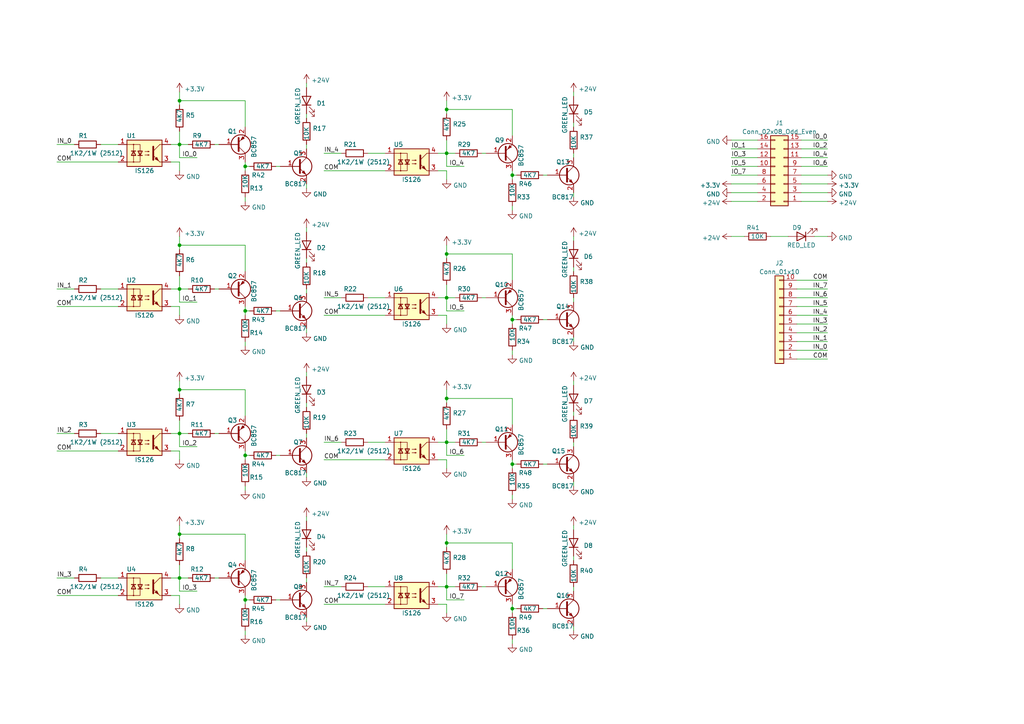
<source format=kicad_sch>
(kicad_sch (version 20211123) (generator eeschema)
  (paper "A4")
  (title_block (title "din-8") (date "2023-06-30") (rev "2.1") (company "www.iotvertebrae.com") (comment 1 "Mechanical design: Xavier Pi") (comment 2 "Circuit & PCB design: Jordi Binefa"))
  (lib_symbols
    (symbol "Connector_Generic:Conn_01x10" (pin_names (offset 1.016) hide)
      (property "Reference" "J" (at 0 12.7 0))
      (property "Value" "Conn_01x10" (at 0 -15.24 0))
      (symbol "Conn_01x10_1_1"
        (pin passive line (at -5.08 10.16 0) (length 3.81) (name "Pin_1") (number "1"))
        (pin passive line (at -5.08 -12.7 0) (length 3.81) (name "Pin_10") (number "10"))
        (pin passive line (at -5.08 7.62 0) (length 3.81) (name "Pin_2") (number "2"))
        (pin passive line (at -5.08 5.08 0) (length 3.81) (name "Pin_3") (number "3"))
        (pin passive line (at -5.08 2.54 0) (length 3.81) (name "Pin_4") (number "4"))
        (pin passive line (at -5.08 0 0) (length 3.81) (name "Pin_5") (number "5"))
        (pin passive line (at -5.08 -2.54 0) (length 3.81) (name "Pin_6") (number "6"))
        (pin passive line (at -5.08 -5.08 0) (length 3.81) (name "Pin_7") (number "7"))
        (pin passive line (at -5.08 -7.62 0) (length 3.81) (name "Pin_8") (number "8"))
        (pin passive line (at -5.08 -10.16 0) (length 3.81) (name "Pin_9") (number "9"))
      )
    )
    (symbol "Connector_Generic:Conn_02x08_Odd_Even" (pin_names (offset 1.016) hide)
      (property "Reference" "J" (at 1.27 10.16 0))
      (property "Value" "Conn_02x08_Odd_Even" (at 1.27 -12.7 0))
      (symbol "Conn_02x08_Odd_Even_1_1"
        (pin passive line (at -5.08 7.62 0) (length 3.81) (name "Pin_1") (number "1"))
        (pin passive line (at 7.62 -2.54 180) (length 3.81) (name "Pin_10") (number "10"))
        (pin passive line (at -5.08 -5.08 0) (length 3.81) (name "Pin_11") (number "11"))
        (pin passive line (at 7.62 -5.08 180) (length 3.81) (name "Pin_12") (number "12"))
        (pin passive line (at -5.08 -7.62 0) (length 3.81) (name "Pin_13") (number "13"))
        (pin passive line (at 7.62 -7.62 180) (length 3.81) (name "Pin_14") (number "14"))
        (pin passive line (at -5.08 -10.16 0) (length 3.81) (name "Pin_15") (number "15"))
        (pin passive line (at 7.62 -10.16 180) (length 3.81) (name "Pin_16") (number "16"))
        (pin passive line (at 7.62 7.62 180) (length 3.81) (name "Pin_2") (number "2"))
        (pin passive line (at -5.08 5.08 0) (length 3.81) (name "Pin_3") (number "3"))
        (pin passive line (at 7.62 5.08 180) (length 3.81) (name "Pin_4") (number "4"))
        (pin passive line (at -5.08 2.54 0) (length 3.81) (name "Pin_5") (number "5"))
        (pin passive line (at 7.62 2.54 180) (length 3.81) (name "Pin_6") (number "6"))
        (pin passive line (at -5.08 0 0) (length 3.81) (name "Pin_7") (number "7"))
        (pin passive line (at 7.62 0 180) (length 3.81) (name "Pin_8") (number "8"))
        (pin passive line (at -5.08 -2.54 0) (length 3.81) (name "Pin_9") (number "9"))
      )
    )
    (symbol "Device:LED" (pin_numbers hide) (pin_names (offset 1.016) hide)
      (property "Reference" "D" (at 0 2.54 0))
      (property "Value" "LED" (at 0 -2.54 0))
      (symbol "LED_1_1"
        (pin passive line (at -3.81 0 0) (length 2.54) (name "K") (number "1"))
        (pin passive line (at 3.81 0 180) (length 2.54) (name "A") (number "2"))
      )
    )
    (symbol "Device:R" (pin_numbers hide) (pin_names (offset 0))
      (property "Reference" "R" (at 2.032 0 90))
      (property "Value" "R" (at 0 0 90))
      (symbol "R_1_1"
        (pin passive line (at 0 3.81 270) (length 1.27) (name "~") (number "1"))
        (pin passive line (at 0 -3.81 90) (length 1.27) (name "~") (number "2"))
      )
    )
    (symbol "Isolator:PC3H4" (pin_names (offset 1.016))
      (property "Reference" "U" (at -5.08 5.08 0))
      (property "Value" "PC3H4" (at 0 5.08 0))
      (symbol "PC3H4_1_1"
        (pin passive line (at -7.62 2.54 0) (length 2.54) (name "~") (number "1"))
        (pin passive line (at -7.62 -2.54 0) (length 2.54) (name "~") (number "2"))
        (pin passive line (at 7.62 -2.54 180) (length 2.54) (name "~") (number "3"))
        (pin passive line (at 7.62 2.54 180) (length 2.54) (name "~") (number "4"))
      )
    )
    (symbol "Transistor_BJT:BC817" (pin_names (offset 0) hide)
      (property "Reference" "Q" (at 5.08 1.905 0))
      (property "Value" "BC817" (at 5.08 0 0))
      (symbol "BC817_1_1"
        (pin input line (at -5.08 0 0) (length 5.715) (name "B") (number "1"))
        (pin passive line (at 2.54 -5.08 90) (length 2.54) (name "E") (number "2"))
        (pin passive line (at 2.54 5.08 270) (length 2.54) (name "C") (number "3"))
      )
    )
    (symbol "Transistor_BJT:BC857" (pin_names (offset 0) hide)
      (property "Reference" "Q" (at 5.08 1.905 0))
      (property "Value" "BC857" (at 5.08 0 0))
      (symbol "BC857_1_1"
        (pin input line (at -5.08 0 0) (length 5.715) (name "B") (number "1"))
        (pin passive line (at 2.54 -5.08 90) (length 2.54) (name "E") (number "2"))
        (pin passive line (at 2.54 5.08 270) (length 2.54) (name "C") (number "3"))
      )
    )
    (symbol "power:+24V" (power) (pin_names (offset 0))
      (property "Value" "+24V" (at 0 3.556 0))
      (symbol "+24V_1_1"
        (pin power_in line (at 0 0 90) (length 0) hide (name "+24V") (number "1"))
      )
    )
    (symbol "power:+3.3V" (power) (pin_names (offset 0))
      (property "Value" "+3.3V" (at 0 3.556 0))
      (symbol "+3.3V_1_1"
        (pin power_in line (at 0 0 90) (length 0) hide (name "+3.3V") (number "1"))
      )
    )
    (symbol "power:GND" (power) (pin_names (offset 0))
      (property "Value" "GND" (at 0 -3.81 0))
      (symbol "GND_1_1"
        (pin power_in line (at 0 0 270) (length 0) hide (name "GND") (number "1"))
      )
    )
  )
  (junction (at 71.12 173.99))
  (junction (at 148.59 92.71))
  (junction (at 129.54 170.18))
  (junction (at 52.07 154.94))
  (junction (at 129.54 115.57))
  (junction (at 71.12 48.26))
  (junction (at 52.07 29.21))
  (junction (at 148.59 50.8))
  (junction (at 129.54 128.27))
  (junction (at 52.07 167.64))
  (junction (at 148.59 176.53))
  (junction (at 129.54 44.45))
  (junction (at 71.12 90.17))
  (junction (at 148.59 134.62))
  (junction (at 52.07 113.03))
  (junction (at 129.54 73.66))
  (junction (at 129.54 31.75))
  (junction (at 52.07 83.82))
  (junction (at 71.12 132.08))
  (junction (at 52.07 41.91))
  (junction (at 52.07 125.73))
  (junction (at 129.54 86.36))
  (junction (at 129.54 157.48))
  (junction (at 52.07 71.12))
  (wire (pts (xy 93.98 128.27) (xy 99.06 128.27)))
  (wire (pts (xy 71.12 132.08) (xy 72.39 132.08)))
  (wire (pts (xy 148.59 143.51) (xy 148.59 144.78)))
  (wire (pts (xy 166.37 44.45) (xy 166.37 45.72)))
  (wire (pts (xy 148.59 91.44) (xy 148.59 92.71)))
  (wire (pts (xy 212.09 68.58) (xy 215.9 68.58)))
  (wire (pts (xy 148.59 175.26) (xy 148.59 176.53)))
  (wire (pts (xy 129.54 133.35) (xy 129.54 135.89)))
  (wire (pts (xy 106.68 44.45) (xy 111.76 44.45)))
  (wire (pts (xy 166.37 139.7) (xy 166.37 140.97)))
  (wire (pts (xy 52.07 71.12) (xy 52.07 72.39)))
  (wire (pts (xy 231.14 81.28) (xy 240.03 81.28)))
  (wire (pts (xy 57.15 129.54) (xy 52.07 129.54)))
  (wire (pts (xy 88.9 107.95) (xy 88.9 109.22)))
  (wire (pts (xy 129.54 40.64) (xy 129.54 44.45)))
  (wire (pts (xy 129.54 154.94) (xy 129.54 157.48)))
  (wire (pts (xy 166.37 128.27) (xy 166.37 129.54)))
  (wire (pts (xy 80.01 173.99) (xy 81.28 173.99)))
  (wire (pts (xy 166.37 55.88) (xy 166.37 57.15)))
  (wire (pts (xy 52.07 26.67) (xy 52.07 29.21)))
  (wire (pts (xy 52.07 46.99) (xy 52.07 49.53)))
  (wire (pts (xy 88.9 116.84) (xy 88.9 118.11)))
  (wire (pts (xy 212.09 55.88) (xy 219.71 55.88)))
  (wire (pts (xy 71.12 90.17) (xy 72.39 90.17)))
  (wire (pts (xy 129.54 31.75) (xy 148.59 31.75)))
  (wire (pts (xy 166.37 68.58) (xy 166.37 69.85)))
  (wire (pts (xy 52.07 88.9) (xy 52.07 91.44)))
  (wire (pts (xy 52.07 83.82) (xy 54.61 83.82)))
  (wire (pts (xy 232.41 48.26) (xy 240.03 48.26)))
  (wire (pts (xy 232.41 58.42) (xy 240.03 58.42)))
  (wire (pts (xy 129.54 173.99) (xy 129.54 170.18)))
  (wire (pts (xy 62.23 125.73) (xy 63.5 125.73)))
  (wire (pts (xy 148.59 176.53) (xy 149.86 176.53)))
  (wire (pts (xy 52.07 113.03) (xy 71.12 113.03)))
  (wire (pts (xy 127 133.35) (xy 129.54 133.35)))
  (wire (pts (xy 148.59 50.8) (xy 148.59 52.07)))
  (wire (pts (xy 52.07 41.91) (xy 54.61 41.91)))
  (wire (pts (xy 148.59 101.6) (xy 148.59 102.87)))
  (wire (pts (xy 231.14 86.36) (xy 240.03 86.36)))
  (wire (pts (xy 129.54 44.45) (xy 132.08 44.45)))
  (wire (pts (xy 71.12 99.06) (xy 71.12 100.33)))
  (wire (pts (xy 129.54 128.27) (xy 127 128.27)))
  (wire (pts (xy 52.07 130.81) (xy 52.07 133.35)))
  (wire (pts (xy 129.54 86.36) (xy 127 86.36)))
  (wire (pts (xy 71.12 140.97) (xy 71.12 142.24)))
  (wire (pts (xy 52.07 167.64) (xy 54.61 167.64)))
  (wire (pts (xy 223.52 68.58) (xy 228.6 68.58)))
  (wire (pts (xy 88.9 74.93) (xy 88.9 76.2)))
  (wire (pts (xy 71.12 132.08) (xy 71.12 133.35)))
  (wire (pts (xy 129.54 82.55) (xy 129.54 86.36)))
  (wire (pts (xy 166.37 161.29) (xy 166.37 162.56)))
  (wire (pts (xy 134.62 48.26) (xy 129.54 48.26)))
  (wire (pts (xy 29.21 41.91) (xy 34.29 41.91)))
  (wire (pts (xy 148.59 176.53) (xy 148.59 177.8)))
  (wire (pts (xy 212.09 40.64) (xy 219.71 40.64)))
  (wire (pts (xy 88.9 33.02) (xy 88.9 34.29)))
  (wire (pts (xy 106.68 128.27) (xy 111.76 128.27)))
  (wire (pts (xy 231.14 83.82) (xy 240.03 83.82)))
  (wire (pts (xy 148.59 134.62) (xy 149.86 134.62)))
  (wire (pts (xy 62.23 83.82) (xy 63.5 83.82)))
  (wire (pts (xy 71.12 48.26) (xy 71.12 49.53)))
  (wire (pts (xy 134.62 173.99) (xy 129.54 173.99)))
  (wire (pts (xy 93.98 170.18) (xy 99.06 170.18)))
  (wire (pts (xy 166.37 110.49) (xy 166.37 111.76)))
  (wire (pts (xy 62.23 167.64) (xy 63.5 167.64)))
  (wire (pts (xy 148.59 31.75) (xy 148.59 39.37)))
  (wire (pts (xy 166.37 181.61) (xy 166.37 182.88)))
  (wire (pts (xy 71.12 48.26) (xy 72.39 48.26)))
  (wire (pts (xy 57.15 45.72) (xy 52.07 45.72)))
  (wire (pts (xy 129.54 91.44) (xy 129.54 93.98)))
  (wire (pts (xy 232.41 43.18) (xy 240.03 43.18)))
  (wire (pts (xy 129.54 157.48) (xy 148.59 157.48)))
  (wire (pts (xy 88.9 137.16) (xy 88.9 138.43)))
  (wire (pts (xy 148.59 133.35) (xy 148.59 134.62)))
  (wire (pts (xy 231.14 99.06) (xy 240.03 99.06)))
  (wire (pts (xy 129.54 31.75) (xy 129.54 33.02)))
  (wire (pts (xy 29.21 83.82) (xy 34.29 83.82)))
  (wire (pts (xy 129.54 128.27) (xy 132.08 128.27)))
  (wire (pts (xy 71.12 154.94) (xy 71.12 162.56)))
  (wire (pts (xy 71.12 113.03) (xy 71.12 120.65)))
  (wire (pts (xy 52.07 45.72) (xy 52.07 41.91)))
  (wire (pts (xy 49.53 46.99) (xy 52.07 46.99)))
  (wire (pts (xy 148.59 73.66) (xy 148.59 81.28)))
  (wire (pts (xy 129.54 157.48) (xy 129.54 158.75)))
  (wire (pts (xy 231.14 96.52) (xy 240.03 96.52)))
  (wire (pts (xy 16.51 167.64) (xy 21.59 167.64)))
  (wire (pts (xy 52.07 38.1) (xy 52.07 41.91)))
  (wire (pts (xy 52.07 152.4) (xy 52.07 154.94)))
  (wire (pts (xy 166.37 77.47) (xy 166.37 78.74)))
  (wire (pts (xy 16.51 172.72) (xy 34.29 172.72)))
  (wire (pts (xy 80.01 132.08) (xy 81.28 132.08)))
  (wire (pts (xy 93.98 133.35) (xy 111.76 133.35)))
  (wire (pts (xy 212.09 43.18) (xy 219.71 43.18)))
  (wire (pts (xy 52.07 29.21) (xy 71.12 29.21)))
  (wire (pts (xy 52.07 80.01) (xy 52.07 83.82)))
  (wire (pts (xy 71.12 88.9) (xy 71.12 90.17)))
  (wire (pts (xy 62.23 41.91) (xy 63.5 41.91)))
  (wire (pts (xy 88.9 53.34) (xy 88.9 54.61)))
  (wire (pts (xy 71.12 130.81) (xy 71.12 132.08)))
  (wire (pts (xy 212.09 58.42) (xy 219.71 58.42)))
  (wire (pts (xy 129.54 48.26) (xy 129.54 44.45)))
  (wire (pts (xy 129.54 124.46) (xy 129.54 128.27)))
  (wire (pts (xy 129.54 86.36) (xy 132.08 86.36)))
  (wire (pts (xy 93.98 91.44) (xy 111.76 91.44)))
  (wire (pts (xy 212.09 50.8) (xy 219.71 50.8)))
  (wire (pts (xy 71.12 46.99) (xy 71.12 48.26)))
  (wire (pts (xy 127 91.44) (xy 129.54 91.44)))
  (wire (pts (xy 166.37 26.67) (xy 166.37 27.94)))
  (wire (pts (xy 232.41 55.88) (xy 240.03 55.88)))
  (wire (pts (xy 129.54 115.57) (xy 129.54 116.84)))
  (wire (pts (xy 139.7 86.36) (xy 140.97 86.36)))
  (wire (pts (xy 166.37 119.38) (xy 166.37 120.65)))
  (wire (pts (xy 88.9 83.82) (xy 88.9 85.09)))
  (wire (pts (xy 157.48 50.8) (xy 158.75 50.8)))
  (wire (pts (xy 231.14 104.14) (xy 240.03 104.14)))
  (wire (pts (xy 52.07 29.21) (xy 52.07 30.48)))
  (wire (pts (xy 52.07 171.45) (xy 52.07 167.64)))
  (wire (pts (xy 134.62 132.08) (xy 129.54 132.08)))
  (wire (pts (xy 166.37 170.18) (xy 166.37 171.45)))
  (wire (pts (xy 88.9 95.25) (xy 88.9 96.52)))
  (wire (pts (xy 127 49.53) (xy 129.54 49.53)))
  (wire (pts (xy 148.59 157.48) (xy 148.59 165.1)))
  (wire (pts (xy 88.9 24.13) (xy 88.9 25.4)))
  (wire (pts (xy 16.51 88.9) (xy 34.29 88.9)))
  (wire (pts (xy 166.37 35.56) (xy 166.37 36.83)))
  (wire (pts (xy 88.9 149.86) (xy 88.9 151.13)))
  (wire (pts (xy 52.07 110.49) (xy 52.07 113.03)))
  (wire (pts (xy 232.41 50.8) (xy 240.03 50.8)))
  (wire (pts (xy 129.54 71.12) (xy 129.54 73.66)))
  (wire (pts (xy 129.54 29.21) (xy 129.54 31.75)))
  (wire (pts (xy 93.98 44.45) (xy 99.06 44.45)))
  (wire (pts (xy 129.54 115.57) (xy 148.59 115.57)))
  (wire (pts (xy 52.07 121.92) (xy 52.07 125.73)))
  (wire (pts (xy 129.54 90.17) (xy 129.54 86.36)))
  (wire (pts (xy 148.59 185.42) (xy 148.59 186.69)))
  (wire (pts (xy 148.59 50.8) (xy 149.86 50.8)))
  (wire (pts (xy 148.59 115.57) (xy 148.59 123.19)))
  (wire (pts (xy 88.9 41.91) (xy 88.9 43.18)))
  (wire (pts (xy 231.14 88.9) (xy 240.03 88.9)))
  (wire (pts (xy 129.54 73.66) (xy 148.59 73.66)))
  (wire (pts (xy 212.09 48.26) (xy 219.71 48.26)))
  (wire (pts (xy 129.54 44.45) (xy 127 44.45)))
  (wire (pts (xy 52.07 83.82) (xy 49.53 83.82)))
  (wire (pts (xy 80.01 90.17) (xy 81.28 90.17)))
  (wire (pts (xy 88.9 66.04) (xy 88.9 67.31)))
  (wire (pts (xy 88.9 158.75) (xy 88.9 160.02)))
  (wire (pts (xy 71.12 172.72) (xy 71.12 173.99)))
  (wire (pts (xy 16.51 46.99) (xy 34.29 46.99)))
  (wire (pts (xy 232.41 45.72) (xy 240.03 45.72)))
  (wire (pts (xy 129.54 113.03) (xy 129.54 115.57)))
  (wire (pts (xy 49.53 172.72) (xy 52.07 172.72)))
  (wire (pts (xy 52.07 125.73) (xy 49.53 125.73)))
  (wire (pts (xy 232.41 40.64) (xy 240.03 40.64)))
  (wire (pts (xy 52.07 129.54) (xy 52.07 125.73)))
  (wire (pts (xy 129.54 49.53) (xy 129.54 52.07)))
  (wire (pts (xy 57.15 171.45) (xy 52.07 171.45)))
  (wire (pts (xy 148.59 59.69) (xy 148.59 60.96)))
  (wire (pts (xy 129.54 132.08) (xy 129.54 128.27)))
  (wire (pts (xy 166.37 152.4) (xy 166.37 153.67)))
  (wire (pts (xy 231.14 91.44) (xy 240.03 91.44)))
  (wire (pts (xy 16.51 125.73) (xy 21.59 125.73)))
  (wire (pts (xy 212.09 45.72) (xy 219.71 45.72)))
  (wire (pts (xy 129.54 170.18) (xy 132.08 170.18)))
  (wire (pts (xy 29.21 125.73) (xy 34.29 125.73)))
  (wire (pts (xy 93.98 175.26) (xy 111.76 175.26)))
  (wire (pts (xy 129.54 170.18) (xy 127 170.18)))
  (wire (pts (xy 88.9 125.73) (xy 88.9 127)))
  (wire (pts (xy 49.53 130.81) (xy 52.07 130.81)))
  (wire (pts (xy 106.68 170.18) (xy 111.76 170.18)))
  (wire (pts (xy 106.68 86.36) (xy 111.76 86.36)))
  (wire (pts (xy 52.07 68.58) (xy 52.07 71.12)))
  (wire (pts (xy 88.9 167.64) (xy 88.9 168.91)))
  (wire (pts (xy 52.07 154.94) (xy 71.12 154.94)))
  (wire (pts (xy 52.07 41.91) (xy 49.53 41.91)))
  (wire (pts (xy 129.54 166.37) (xy 129.54 170.18)))
  (wire (pts (xy 127 175.26) (xy 129.54 175.26)))
  (wire (pts (xy 129.54 175.26) (xy 129.54 177.8)))
  (wire (pts (xy 16.51 83.82) (xy 21.59 83.82)))
  (wire (pts (xy 148.59 49.53) (xy 148.59 50.8)))
  (wire (pts (xy 231.14 101.6) (xy 240.03 101.6)))
  (wire (pts (xy 231.14 93.98) (xy 240.03 93.98)))
  (wire (pts (xy 49.53 88.9) (xy 52.07 88.9)))
  (wire (pts (xy 157.48 176.53) (xy 158.75 176.53)))
  (wire (pts (xy 71.12 182.88) (xy 71.12 184.15)))
  (wire (pts (xy 71.12 29.21) (xy 71.12 36.83)))
  (wire (pts (xy 71.12 90.17) (xy 71.12 91.44)))
  (wire (pts (xy 71.12 173.99) (xy 71.12 175.26)))
  (wire (pts (xy 139.7 44.45) (xy 140.97 44.45)))
  (wire (pts (xy 93.98 86.36) (xy 99.06 86.36)))
  (wire (pts (xy 16.51 41.91) (xy 21.59 41.91)))
  (wire (pts (xy 71.12 173.99) (xy 72.39 173.99)))
  (wire (pts (xy 52.07 125.73) (xy 54.61 125.73)))
  (wire (pts (xy 52.07 172.72) (xy 52.07 175.26)))
  (wire (pts (xy 236.22 68.58) (xy 240.03 68.58)))
  (wire (pts (xy 71.12 71.12) (xy 71.12 78.74)))
  (wire (pts (xy 166.37 86.36) (xy 166.37 87.63)))
  (wire (pts (xy 93.98 49.53) (xy 111.76 49.53)))
  (wire (pts (xy 134.62 90.17) (xy 129.54 90.17)))
  (wire (pts (xy 139.7 128.27) (xy 140.97 128.27)))
  (wire (pts (xy 157.48 92.71) (xy 158.75 92.71)))
  (wire (pts (xy 148.59 92.71) (xy 149.86 92.71)))
  (wire (pts (xy 52.07 113.03) (xy 52.07 114.3)))
  (wire (pts (xy 148.59 134.62) (xy 148.59 135.89)))
  (wire (pts (xy 80.01 48.26) (xy 81.28 48.26)))
  (wire (pts (xy 71.12 57.15) (xy 71.12 58.42)))
  (wire (pts (xy 157.48 134.62) (xy 158.75 134.62)))
  (wire (pts (xy 139.7 170.18) (xy 140.97 170.18)))
  (wire (pts (xy 29.21 167.64) (xy 34.29 167.64)))
  (wire (pts (xy 52.07 154.94) (xy 52.07 156.21)))
  (wire (pts (xy 52.07 71.12) (xy 71.12 71.12)))
  (wire (pts (xy 52.07 87.63) (xy 52.07 83.82)))
  (wire (pts (xy 166.37 97.79) (xy 166.37 99.06)))
  (wire (pts (xy 88.9 179.07) (xy 88.9 180.34)))
  (wire (pts (xy 212.09 53.34) (xy 219.71 53.34)))
  (wire (pts (xy 57.15 87.63) (xy 52.07 87.63)))
  (wire (pts (xy 52.07 167.64) (xy 49.53 167.64)))
  (wire (pts (xy 52.07 163.83) (xy 52.07 167.64)))
  (wire (pts (xy 16.51 130.81) (xy 34.29 130.81)))
  (wire (pts (xy 129.54 73.66) (xy 129.54 74.93)))
  (wire (pts (xy 232.41 53.34) (xy 240.03 53.34)))
  (wire (pts (xy 148.59 92.71) (xy 148.59 93.98)))
  (label "COM" (at 93.98 133.35 0))
  (label "IN_6" (at 240.03 86.36 180))
  (label "COM" (at 93.98 175.26 0))
  (label "IO_6" (at 134.62 132.08 180))
  (label "COM" (at 16.51 172.72 0))
  (label "IO_0" (at 57.15 45.72 180))
  (label "IN_1" (at 16.51 83.82 0))
  (label "IN_2" (at 16.51 125.73 0))
  (label "IO_2" (at 240.03 43.18 180))
  (label "IN_6" (at 93.98 128.27 0))
  (label "COM" (at 16.51 130.81 0))
  (label "COM" (at 93.98 49.53 0))
  (label "IO_4" (at 134.62 48.26 180))
  (label "COM" (at 93.98 91.44 0))
  (label "IN_4" (at 93.98 44.45 0))
  (label "IO_5" (at 212.09 48.26 0))
  (label "IO_6" (at 240.03 48.26 180))
  (label "IN_0" (at 16.51 41.91 0))
  (label "COM" (at 240.03 104.14 180))
  (label "COM" (at 240.03 81.28 180))
  (label "IO_3" (at 212.09 45.72 0))
  (label "IO_0" (at 240.03 40.64 180))
  (label "IO_4" (at 240.03 45.72 180))
  (label "IO_2" (at 57.15 129.54 180))
  (label "IN_1" (at 240.03 99.06 180))
  (label "IN_5" (at 240.03 88.9 180))
  (label "IO_3" (at 57.15 171.45 180))
  (label "IN_2" (at 240.03 96.52 180))
  (label "COM" (at 16.51 46.99 0))
  (label "IO_1" (at 212.09 43.18 0))
  (label "IN_7" (at 240.03 83.82 180))
  (label "IN_4" (at 240.03 91.44 180))
  (label "IN_5" (at 93.98 86.36 0))
  (label "IO_1" (at 57.15 87.63 180))
  (label "IN_3" (at 240.03 93.98 180))
  (label "IN_0" (at 240.03 101.6 180))
  (label "IO_7" (at 134.62 173.99 180))
  (label "COM" (at 16.51 88.9 0))
  (label "IN_3" (at 16.51 167.64 0))
  (label "IO_7" (at 212.09 50.8 0))
  (label "IO_5" (at 134.62 90.17 180))
  (label "IN_7" (at 93.98 170.18 0))
  (symbol (lib_id "Device:R") (at 153.67 176.53 90) (unit 1)
    (property "Reference" "R49" (at 152.4 179.07 90))
    (property "Value" "4K7" (at 153.67 176.53 90))
    (property "Footprint" "Resistor_SMD:R_0805_2012Metric_Pad1.20x1.40mm_HandSolder" (effects hide))
  )
  (symbol (lib_id "Transistor_BJT:BC817") (at 163.83 134.62 0) (unit 1)
    (property "Reference" "Q15" (at 160.02 130.81 0) (effects (justify left)))
    (property "Value" "BC817" (at 160.02 140.97 0) (effects (justify left)))
    (property "Footprint" "Package_TO_SOT_SMD:SOT-23" (effects hide))
    (property "Datasheet" "https://www.onsemi.com/pub/Collateral/BC818-D.pdf" (effects hide))
  )
  (symbol (lib_id "Device:R") (at 102.87 170.18 90) (unit 1)
    (property "Reference" "R24" (at 101.6 167.64 90))
    (property "Value" "1K2/1W (2512)" (at 105.41 172.72 90))
    (property "Footprint" "Resistor_SMD:R_2512_6332Metric_Pad1.40x3.35mm_HandSolder" (effects hide))
  )
  (symbol (lib_id "power:+3.3V") (at 240.03 53.34 270) (unit 1)
    (property "Reference" "#PWR047" (effects hide))
    (property "Value" "+3.3V" (at 243.205 53.7738 90) (effects (justify left)))
  )
  (symbol (lib_id "Device:LED") (at 166.37 73.66 90) (unit 1)
    (property "Reference" "D6" (at 169.291 74.4128 90) (effects (justify right)))
    (property "Value" "GREEN_LED" (at 163.83 69.85 0) (effects (justify right)))
    (property "Footprint" "LED_SMD:LED_1206_3216Metric_Pad1.42x1.75mm_HandSolder" (effects hide))
  )
  (symbol (lib_id "Connector_Generic:Conn_02x08_Odd_Even") (at 227.33 50.8 180) (unit 1)
    (property "Reference" "J1" (at 226.06 35.6702 0))
    (property "Value" "Conn_02x08_Odd_Even" (at 226.06 38.2071 0))
    (property "Footprint" "Connector_IDC:IDC-Header_2x08_P2.54mm_Vertical" (effects hide))
  )
  (symbol (lib_id "power:+24V") (at 88.9 66.04 0) (unit 1)
    (property "Reference" "#PWR015" (effects hide))
    (property "Value" "+24V" (at 90.297 65.2038 0) (effects (justify left)))
  )
  (symbol (lib_id "power:+3.3V") (at 129.54 71.12 0) (unit 1)
    (property "Reference" "#PWR023" (effects hide))
    (property "Value" "+3.3V" (at 130.937 70.2838 0) (effects (justify left)))
  )
  (symbol (lib_id "power:+3.3V") (at 129.54 113.03 0) (unit 1)
    (property "Reference" "#PWR025" (effects hide))
    (property "Value" "+3.3V" (at 130.937 112.1938 0) (effects (justify left)))
  )
  (symbol (lib_id "Device:R") (at 52.07 34.29 0) (unit 1)
    (property "Reference" "R5" (at 53.848 33.4553 0) (effects (justify left)))
    (property "Value" "4K7" (at 52.07 35.56 90) (effects (justify left)))
    (property "Footprint" "Resistor_SMD:R_0805_2012Metric_Pad1.20x1.40mm_HandSolder" (effects hide))
  )
  (symbol (lib_id "Device:R") (at 135.89 170.18 90) (unit 1)
    (property "Reference" "R32" (at 134.62 167.64 90))
    (property "Value" "4K7" (at 135.89 170.18 90))
    (property "Footprint" "Resistor_SMD:R_0805_2012Metric_Pad1.20x1.40mm_HandSolder" (effects hide))
  )
  (symbol (lib_id "power:+3.3V") (at 129.54 154.94 0) (unit 1)
    (property "Reference" "#PWR027" (effects hide))
    (property "Value" "+3.3V" (at 130.937 154.1038 0) (effects (justify left)))
  )
  (symbol (lib_id "Isolator:PC3H4") (at 41.91 170.18 0) (unit 1)
    (property "Reference" "U4" (at 38.1 165.1 0))
    (property "Value" "IS126" (at 41.91 175.26 0))
    (property "Footprint" "Package_SO:SOIC-4_IS126_4.55x3.7mm_P2.54mm" (effects hide))
    (property "Datasheet" "http://www.sharpsme.com/download/pc3h4-epdf" (effects hide))
  )
  (symbol (lib_id "Device:R") (at 88.9 80.01 0) (unit 1)
    (property "Reference" "R18" (at 90.678 79.1753 0) (effects (justify left)))
    (property "Value" "10K" (at 88.9 82.55 90) (effects (justify left)))
    (property "Footprint" "Resistor_SMD:R_0805_2012Metric_Pad1.20x1.40mm_HandSolder" (effects hide))
  )
  (symbol (lib_id "Device:R") (at 148.59 139.7 0) (unit 1)
    (property "Reference" "R35" (at 149.86 140.97 0) (effects (justify left)))
    (property "Value" "10K" (at 148.59 140.97 90) (effects (justify left)))
    (property "Footprint" "Resistor_SMD:R_0805_2012Metric_Pad1.20x1.40mm_HandSolder" (effects hide))
  )
  (symbol (lib_id "Device:R") (at 219.71 68.58 90) (unit 1)
    (property "Reference" "R41" (at 218.44 66.04 90))
    (property "Value" "10K" (at 219.71 68.58 90))
    (property "Footprint" "Resistor_SMD:R_0805_2012Metric_Pad1.20x1.40mm_HandSolder" (effects hide))
  )
  (symbol (lib_id "Device:LED") (at 232.41 68.58 180) (unit 1)
    (property "Reference" "D9" (at 231.14 66.04 0))
    (property "Value" "RED_LED" (at 232.41 71.12 0))
    (property "Footprint" "LED_SMD:LED_1206_3216Metric_Pad1.42x1.75mm_HandSolder" (effects hide))
  )
  (symbol (lib_id "Transistor_BJT:BC817") (at 163.83 176.53 0) (unit 1)
    (property "Reference" "Q16" (at 161.29 172.72 0) (effects (justify left)))
    (property "Value" "BC817" (at 160.02 181.61 0) (effects (justify left)))
    (property "Footprint" "Package_TO_SOT_SMD:SOT-23" (effects hide))
    (property "Datasheet" "https://www.onsemi.com/pub/Collateral/BC818-D.pdf" (effects hide))
  )
  (symbol (lib_id "Transistor_BJT:BC857") (at 146.05 44.45 0) (mirror x) (unit 1)
    (property "Reference" "Q9" (at 143.51 40.64 0) (effects (justify left)))
    (property "Value" "BC857" (at 151.13 41.91 90) (effects (justify left)))
    (property "Footprint" "Package_TO_SOT_SMD:SOT-23" (effects hide))
    (property "Datasheet" "https://www.onsemi.com/pub/Collateral/BC860-D.pdf" (effects hide))
  )
  (symbol (lib_id "power:GND") (at 71.12 58.42 0) (unit 1)
    (property "Reference" "#PWR09" (effects hide))
    (property "Value" "GND" (at 73.025 60.1238 0) (effects (justify left)))
  )
  (symbol (lib_id "power:+24V") (at 88.9 107.95 0) (unit 1)
    (property "Reference" "#PWR017" (effects hide))
    (property "Value" "+24V" (at 90.297 107.1138 0) (effects (justify left)))
  )
  (symbol (lib_id "power:GND") (at 52.07 175.26 0) (unit 1)
    (property "Reference" "#PWR08" (effects hide))
    (property "Value" "GND" (at 53.975 176.9638 0) (effects (justify left)))
  )
  (symbol (lib_id "Transistor_BJT:BC857") (at 146.05 128.27 0) (mirror x) (unit 1)
    (property "Reference" "Q11" (at 143.51 124.46 0) (effects (justify left)))
    (property "Value" "BC857" (at 151.13 125.73 90) (effects (justify left)))
    (property "Footprint" "Package_TO_SOT_SMD:SOT-23" (effects hide))
    (property "Datasheet" "https://www.onsemi.com/pub/Collateral/BC860-D.pdf" (effects hide))
  )
  (symbol (lib_id "Device:LED") (at 166.37 157.48 90) (unit 1)
    (property "Reference" "D8" (at 169.291 158.2328 90) (effects (justify right)))
    (property "Value" "GREEN_LED" (at 163.83 153.67 0) (effects (justify right)))
    (property "Footprint" "LED_SMD:LED_1206_3216Metric_Pad1.42x1.75mm_HandSolder" (effects hide))
  )
  (symbol (lib_id "power:+3.3V") (at 52.07 110.49 0) (unit 1)
    (property "Reference" "#PWR05" (effects hide))
    (property "Value" "+3.3V" (at 53.467 109.6538 0) (effects (justify left)))
  )
  (symbol (lib_id "Transistor_BJT:BC857") (at 68.58 83.82 0) (mirror x) (unit 1)
    (property "Reference" "Q2" (at 66.04 80.01 0) (effects (justify left)))
    (property "Value" "BC857" (at 73.66 81.28 90) (effects (justify left)))
    (property "Footprint" "Package_TO_SOT_SMD:SOT-23" (effects hide))
    (property "Datasheet" "https://www.onsemi.com/pub/Collateral/BC860-D.pdf" (effects hide))
  )
  (symbol (lib_id "power:GND") (at 71.12 142.24 0) (unit 1)
    (property "Reference" "#PWR011" (effects hide))
    (property "Value" "GND" (at 73.025 143.9438 0) (effects (justify left)))
  )
  (symbol (lib_id "Device:LED") (at 88.9 113.03 90) (unit 1)
    (property "Reference" "D3" (at 91.821 113.7828 90) (effects (justify right)))
    (property "Value" "GREEN_LED" (at 86.36 109.22 0) (effects (justify right)))
    (property "Footprint" "LED_SMD:LED_1206_3216Metric_Pad1.42x1.75mm_HandSolder" (effects hide))
  )
  (symbol (lib_id "power:GND") (at 52.07 91.44 0) (unit 1)
    (property "Reference" "#PWR04" (effects hide))
    (property "Value" "GND" (at 53.975 93.1438 0) (effects (justify left)))
  )
  (symbol (lib_id "Device:R") (at 76.2 90.17 90) (unit 1)
    (property "Reference" "R43" (at 74.93 92.71 90))
    (property "Value" "4K7" (at 76.2 90.17 90))
    (property "Footprint" "Resistor_SMD:R_0805_2012Metric_Pad1.20x1.40mm_HandSolder" (effects hide))
  )
  (symbol (lib_id "power:GND") (at 129.54 177.8 0) (unit 1)
    (property "Reference" "#PWR028" (effects hide))
    (property "Value" "GND" (at 131.445 179.5038 0) (effects (justify left)))
  )
  (symbol (lib_id "Device:R") (at 153.67 134.62 90) (unit 1)
    (property "Reference" "R48" (at 152.4 137.16 90))
    (property "Value" "4K7" (at 153.67 134.62 90))
    (property "Footprint" "Resistor_SMD:R_0805_2012Metric_Pad1.20x1.40mm_HandSolder" (effects hide))
  )
  (symbol (lib_id "power:+24V") (at 212.09 68.58 90) (unit 1)
    (property "Reference" "#PWR045" (effects hide))
    (property "Value" "+24V" (at 208.915 69.0138 90) (effects (justify left)))
  )
  (symbol (lib_id "Device:LED") (at 166.37 115.57 90) (unit 1)
    (property "Reference" "D7" (at 169.291 116.3228 90) (effects (justify right)))
    (property "Value" "GREEN_LED" (at 163.83 111.76 0) (effects (justify right)))
    (property "Footprint" "LED_SMD:LED_1206_3216Metric_Pad1.42x1.75mm_HandSolder" (effects hide))
  )
  (symbol (lib_id "power:GND") (at 129.54 52.07 0) (unit 1)
    (property "Reference" "#PWR022" (effects hide))
    (property "Value" "GND" (at 131.445 53.7738 0) (effects (justify left)))
  )
  (symbol (lib_id "Device:R") (at 135.89 86.36 90) (unit 1)
    (property "Reference" "R30" (at 134.62 83.82 90))
    (property "Value" "4K7" (at 135.89 86.36 90))
    (property "Footprint" "Resistor_SMD:R_0805_2012Metric_Pad1.20x1.40mm_HandSolder" (effects hide))
  )
  (symbol (lib_id "Transistor_BJT:BC857") (at 146.05 86.36 0) (mirror x) (unit 1)
    (property "Reference" "Q10" (at 143.51 82.55 0) (effects (justify left)))
    (property "Value" "BC857" (at 151.13 83.82 90) (effects (justify left)))
    (property "Footprint" "Package_TO_SOT_SMD:SOT-23" (effects hide))
    (property "Datasheet" "https://www.onsemi.com/pub/Collateral/BC860-D.pdf" (effects hide))
  )
  (symbol (lib_id "Device:R") (at 129.54 162.56 0) (unit 1)
    (property "Reference" "R28" (at 131.318 161.7253 0) (effects (justify left)))
    (property "Value" "4K7" (at 129.54 163.83 90) (effects (justify left)))
    (property "Footprint" "Resistor_SMD:R_0805_2012Metric_Pad1.20x1.40mm_HandSolder" (effects hide))
  )
  (symbol (lib_id "Device:R") (at 129.54 36.83 0) (unit 1)
    (property "Reference" "R25" (at 131.318 35.9953 0) (effects (justify left)))
    (property "Value" "4K7" (at 129.54 38.1 90) (effects (justify left)))
    (property "Footprint" "Resistor_SMD:R_0805_2012Metric_Pad1.20x1.40mm_HandSolder" (effects hide))
  )
  (symbol (lib_id "power:+3.3V") (at 212.09 53.34 90) (unit 1)
    (property "Reference" "#PWR042" (effects hide))
    (property "Value" "+3.3V" (at 208.915 53.7738 90) (effects (justify left)))
  )
  (symbol (lib_id "Device:R") (at 71.12 95.25 0) (unit 1)
    (property "Reference" "R14" (at 72.39 96.52 0) (effects (justify left)))
    (property "Value" "10K" (at 71.12 96.52 90) (effects (justify left)))
    (property "Footprint" "Resistor_SMD:R_0805_2012Metric_Pad1.20x1.40mm_HandSolder" (effects hide))
  )
  (symbol (lib_id "Device:R") (at 25.4 83.82 90) (unit 1)
    (property "Reference" "R2" (at 24.13 81.28 90))
    (property "Value" "1K2/1W (2512)" (at 27.94 86.36 90))
    (property "Footprint" "Resistor_SMD:R_2512_6332Metric_Pad1.40x3.35mm_HandSolder" (effects hide))
  )
  (symbol (lib_id "power:+24V") (at 166.37 110.49 0) (unit 1)
    (property "Reference" "#PWR037" (effects hide))
    (property "Value" "+24V" (at 167.767 109.6538 0) (effects (justify left)))
  )
  (symbol (lib_id "Device:R") (at 129.54 78.74 0) (unit 1)
    (property "Reference" "R26" (at 131.318 77.9053 0) (effects (justify left)))
    (property "Value" "4K7" (at 129.54 80.01 90) (effects (justify left)))
    (property "Footprint" "Resistor_SMD:R_0805_2012Metric_Pad1.20x1.40mm_HandSolder" (effects hide))
  )
  (symbol (lib_id "Isolator:PC3H4") (at 41.91 128.27 0) (unit 1)
    (property "Reference" "U3" (at 38.1 123.19 0))
    (property "Value" "IS126" (at 41.91 133.35 0))
    (property "Footprint" "Package_SO:SOIC-4_IS126_4.55x3.7mm_P2.54mm" (effects hide))
    (property "Datasheet" "http://www.sharpsme.com/download/pc3h4-epdf" (effects hide))
  )
  (symbol (lib_id "Device:R") (at 71.12 137.16 0) (unit 1)
    (property "Reference" "R15" (at 72.39 138.43 0) (effects (justify left)))
    (property "Value" "10K" (at 71.12 138.43 90) (effects (justify left)))
    (property "Footprint" "Resistor_SMD:R_0805_2012Metric_Pad1.20x1.40mm_HandSolder" (effects hide))
  )
  (symbol (lib_id "power:GND") (at 240.03 68.58 90) (unit 1)
    (property "Reference" "#PWR050" (effects hide))
    (property "Value" "GND" (at 243.205 69.0138 90) (effects (justify right)))
  )
  (symbol (lib_id "Device:R") (at 58.42 41.91 90) (unit 1)
    (property "Reference" "R9" (at 57.15 39.37 90))
    (property "Value" "4K7" (at 58.42 41.91 90))
    (property "Footprint" "Resistor_SMD:R_0805_2012Metric_Pad1.20x1.40mm_HandSolder" (effects hide))
  )
  (symbol (lib_id "Device:R") (at 25.4 125.73 90) (unit 1)
    (property "Reference" "R3" (at 24.13 123.19 90))
    (property "Value" "1K2/1W (2512)" (at 27.94 128.27 90))
    (property "Footprint" "Resistor_SMD:R_2512_6332Metric_Pad1.40x3.35mm_HandSolder" (effects hide))
  )
  (symbol (lib_id "Device:R") (at 76.2 173.99 90) (unit 1)
    (property "Reference" "R45" (at 74.93 176.53 90))
    (property "Value" "4K7" (at 76.2 173.99 90))
    (property "Footprint" "Resistor_SMD:R_0805_2012Metric_Pad1.20x1.40mm_HandSolder" (effects hide))
  )
  (symbol (lib_id "power:+3.3V") (at 129.54 29.21 0) (unit 1)
    (property "Reference" "#PWR021" (effects hide))
    (property "Value" "+3.3V" (at 130.937 28.3738 0) (effects (justify left)))
  )
  (symbol (lib_id "Device:R") (at 58.42 125.73 90) (unit 1)
    (property "Reference" "R11" (at 57.15 123.19 90))
    (property "Value" "4K7" (at 58.42 125.73 90))
    (property "Footprint" "Resistor_SMD:R_0805_2012Metric_Pad1.20x1.40mm_HandSolder" (effects hide))
  )
  (symbol (lib_id "power:+3.3V") (at 52.07 68.58 0) (unit 1)
    (property "Reference" "#PWR03" (effects hide))
    (property "Value" "+3.3V" (at 53.467 67.7438 0) (effects (justify left)))
  )
  (symbol (lib_id "Isolator:PC3H4") (at 119.38 88.9 0) (unit 1)
    (property "Reference" "U6" (at 115.57 83.82 0))
    (property "Value" "IS126" (at 119.38 93.98 0))
    (property "Footprint" "Package_SO:SOIC-4_IS126_4.55x3.7mm_P2.54mm" (effects hide))
    (property "Datasheet" "http://www.sharpsme.com/download/pc3h4-epdf" (effects hide))
  )
  (symbol (lib_id "power:GND") (at 88.9 138.43 0) (unit 1)
    (property "Reference" "#PWR018" (effects hide))
    (property "Value" "GND" (at 90.805 140.1338 0) (effects (justify left)))
  )
  (symbol (lib_id "Device:R") (at 166.37 82.55 0) (unit 1)
    (property "Reference" "R38" (at 168.148 81.7153 0) (effects (justify left)))
    (property "Value" "10K" (at 166.37 85.09 90) (effects (justify left)))
    (property "Footprint" "Resistor_SMD:R_0805_2012Metric_Pad1.20x1.40mm_HandSolder" (effects hide))
  )
  (symbol (lib_id "Device:R") (at 102.87 128.27 90) (unit 1)
    (property "Reference" "R23" (at 101.6 125.73 90))
    (property "Value" "1K2/1W (2512)" (at 105.41 130.81 90))
    (property "Footprint" "Resistor_SMD:R_2512_6332Metric_Pad1.40x3.35mm_HandSolder" (effects hide))
  )
  (symbol (lib_id "power:+24V") (at 212.09 58.42 90) (unit 1)
    (property "Reference" "#PWR044" (effects hide))
    (property "Value" "+24V" (at 208.915 58.8538 90) (effects (justify left)))
  )
  (symbol (lib_id "Transistor_BJT:BC857") (at 68.58 167.64 0) (mirror x) (unit 1)
    (property "Reference" "Q4" (at 66.04 163.83 0) (effects (justify left)))
    (property "Value" "BC857" (at 73.66 165.1 90) (effects (justify left)))
    (property "Footprint" "Package_TO_SOT_SMD:SOT-23" (effects hide))
    (property "Datasheet" "https://www.onsemi.com/pub/Collateral/BC860-D.pdf" (effects hide))
  )
  (symbol (lib_id "Device:R") (at 129.54 120.65 0) (unit 1)
    (property "Reference" "R27" (at 131.318 119.8153 0) (effects (justify left)))
    (property "Value" "4K7" (at 129.54 121.92 90) (effects (justify left)))
    (property "Footprint" "Resistor_SMD:R_0805_2012Metric_Pad1.20x1.40mm_HandSolder" (effects hide))
  )
  (symbol (lib_id "Device:R") (at 76.2 48.26 90) (unit 1)
    (property "Reference" "R42" (at 74.93 50.8 90))
    (property "Value" "4K7" (at 76.2 48.26 90))
    (property "Footprint" "Resistor_SMD:R_0805_2012Metric_Pad1.20x1.40mm_HandSolder" (effects hide))
  )
  (symbol (lib_id "Isolator:PC3H4") (at 119.38 172.72 0) (unit 1)
    (property "Reference" "U8" (at 115.57 167.64 0))
    (property "Value" "IS126" (at 119.38 177.8 0))
    (property "Footprint" "Package_SO:SOIC-4_IS126_4.55x3.7mm_P2.54mm" (effects hide))
    (property "Datasheet" "http://www.sharpsme.com/download/pc3h4-epdf" (effects hide))
  )
  (symbol (lib_id "power:GND") (at 52.07 133.35 0) (unit 1)
    (property "Reference" "#PWR06" (effects hide))
    (property "Value" "GND" (at 53.975 135.0538 0) (effects (justify left)))
  )
  (symbol (lib_id "Device:R") (at 71.12 53.34 0) (unit 1)
    (property "Reference" "R13" (at 72.39 54.61 0) (effects (justify left)))
    (property "Value" "10K" (at 71.12 54.61 90) (effects (justify left)))
    (property "Footprint" "Resistor_SMD:R_0805_2012Metric_Pad1.20x1.40mm_HandSolder" (effects hide))
  )
  (symbol (lib_id "power:GND") (at 129.54 135.89 0) (unit 1)
    (property "Reference" "#PWR026" (effects hide))
    (property "Value" "GND" (at 131.445 137.5938 0) (effects (justify left)))
  )
  (symbol (lib_id "Transistor_BJT:BC857") (at 68.58 41.91 0) (mirror x) (unit 1)
    (property "Reference" "Q1" (at 66.04 38.1 0) (effects (justify left)))
    (property "Value" "BC857" (at 73.66 39.37 90) (effects (justify left)))
    (property "Footprint" "Package_TO_SOT_SMD:SOT-23" (effects hide))
    (property "Datasheet" "https://www.onsemi.com/pub/Collateral/BC860-D.pdf" (effects hide))
  )
  (symbol (lib_id "power:+24V") (at 240.03 58.42 270) (unit 1)
    (property "Reference" "#PWR049" (effects hide))
    (property "Value" "+24V" (at 243.205 58.8538 90) (effects (justify left)))
  )
  (symbol (lib_id "power:+3.3V") (at 52.07 26.67 0) (unit 1)
    (property "Reference" "#PWR01" (effects hide))
    (property "Value" "+3.3V" (at 53.467 25.8338 0) (effects (justify left)))
  )
  (symbol (lib_id "Device:R") (at 58.42 83.82 90) (unit 1)
    (property "Reference" "R10" (at 57.15 81.28 90))
    (property "Value" "4K7" (at 58.42 83.82 90))
    (property "Footprint" "Resistor_SMD:R_0805_2012Metric_Pad1.20x1.40mm_HandSolder" (effects hide))
  )
  (symbol (lib_id "Transistor_BJT:BC817") (at 86.36 90.17 0) (unit 1)
    (property "Reference" "Q6" (at 85.09 86.36 0) (effects (justify left)))
    (property "Value" "BC817" (at 82.55 95.25 0) (effects (justify left)))
    (property "Footprint" "Package_TO_SOT_SMD:SOT-23" (effects hide))
    (property "Datasheet" "https://www.onsemi.com/pub/Collateral/BC818-D.pdf" (effects hide))
  )
  (symbol (lib_id "Device:R") (at 135.89 128.27 90) (unit 1)
    (property "Reference" "R31" (at 134.62 125.73 90))
    (property "Value" "4K7" (at 135.89 128.27 90))
    (property "Footprint" "Resistor_SMD:R_0805_2012Metric_Pad1.20x1.40mm_HandSolder" (effects hide))
  )
  (symbol (lib_id "Device:R") (at 71.12 179.07 0) (unit 1)
    (property "Reference" "R16" (at 72.39 180.34 0) (effects (justify left)))
    (property "Value" "10K" (at 71.12 180.34 90) (effects (justify left)))
    (property "Footprint" "Resistor_SMD:R_0805_2012Metric_Pad1.20x1.40mm_HandSolder" (effects hide))
  )
  (symbol (lib_id "Isolator:PC3H4") (at 41.91 86.36 0) (unit 1)
    (property "Reference" "U2" (at 38.1 81.28 0))
    (property "Value" "IS126" (at 41.91 91.44 0))
    (property "Footprint" "Package_SO:SOIC-4_IS126_4.55x3.7mm_P2.54mm" (effects hide))
    (property "Datasheet" "http://www.sharpsme.com/download/pc3h4-epdf" (effects hide))
  )
  (symbol (lib_id "Connector_Generic:Conn_01x10") (at 226.06 93.98 180) (unit 1)
    (property "Reference" "J2" (at 226.06 76.3102 0))
    (property "Value" "Conn_01x10" (at 226.06 78.8471 0))
    (property "Footprint" "Connector_Phoenix_MSTB:PhoenixContact_MSTBA_2,5_10-G-5,08_1x10_P5.08mm_Horizontal" (effects hide))
  )
  (symbol (lib_id "power:+24V") (at 166.37 26.67 0) (unit 1)
    (property "Reference" "#PWR033" (effects hide))
    (property "Value" "+24V" (at 167.767 25.8338 0) (effects (justify left)))
  )
  (symbol (lib_id "power:GND") (at 88.9 54.61 0) (unit 1)
    (property "Reference" "#PWR014" (effects hide))
    (property "Value" "GND" (at 90.805 56.3138 0) (effects (justify left)))
  )
  (symbol (lib_id "power:GND") (at 148.59 144.78 0) (unit 1)
    (property "Reference" "#PWR031" (effects hide))
    (property "Value" "GND" (at 150.495 146.4838 0) (effects (justify left)))
  )
  (symbol (lib_id "Device:R") (at 88.9 163.83 0) (unit 1)
    (property "Reference" "R20" (at 90.678 162.9953 0) (effects (justify left)))
    (property "Value" "10K" (at 88.9 166.37 90) (effects (justify left)))
    (property "Footprint" "Resistor_SMD:R_0805_2012Metric_Pad1.20x1.40mm_HandSolder" (effects hide))
  )
  (symbol (lib_id "Device:R") (at 148.59 55.88 0) (unit 1)
    (property "Reference" "R33" (at 149.86 57.15 0) (effects (justify left)))
    (property "Value" "10K" (at 148.59 57.15 90) (effects (justify left)))
    (property "Footprint" "Resistor_SMD:R_0805_2012Metric_Pad1.20x1.40mm_HandSolder" (effects hide))
  )
  (symbol (lib_id "Device:R") (at 52.07 118.11 0) (unit 1)
    (property "Reference" "R7" (at 53.848 117.2753 0) (effects (justify left)))
    (property "Value" "4K7" (at 52.07 119.38 90) (effects (justify left)))
    (property "Footprint" "Resistor_SMD:R_0805_2012Metric_Pad1.20x1.40mm_HandSolder" (effects hide))
  )
  (symbol (lib_id "power:GND") (at 212.09 40.64 270) (unit 1)
    (property "Reference" "#PWR041" (effects hide))
    (property "Value" "GND" (at 208.9151 41.0738 90) (effects (justify right)))
  )
  (symbol (lib_id "power:GND") (at 88.9 180.34 0) (unit 1)
    (property "Reference" "#PWR020" (effects hide))
    (property "Value" "GND" (at 90.805 182.0438 0) (effects (justify left)))
  )
  (symbol (lib_id "power:GND") (at 166.37 182.88 0) (unit 1)
    (property "Reference" "#PWR040" (effects hide))
    (property "Value" "GND" (at 168.275 184.5838 0) (effects (justify left)))
  )
  (symbol (lib_id "Device:LED") (at 88.9 71.12 90) (unit 1)
    (property "Reference" "D2" (at 91.821 71.8728 90) (effects (justify right)))
    (property "Value" "GREEN_LED" (at 86.36 67.31 0) (effects (justify right)))
    (property "Footprint" "LED_SMD:LED_1206_3216Metric_Pad1.42x1.75mm_HandSolder" (effects hide))
  )
  (symbol (lib_id "Device:LED") (at 166.37 31.75 90) (unit 1)
    (property "Reference" "D5" (at 169.291 32.5028 90) (effects (justify right)))
    (property "Value" "GREEN_LED" (at 163.83 27.94 0) (effects (justify right)))
    (property "Footprint" "LED_SMD:LED_1206_3216Metric_Pad1.42x1.75mm_HandSolder" (effects hide))
  )
  (symbol (lib_id "power:GND") (at 129.54 93.98 0) (unit 1)
    (property "Reference" "#PWR024" (effects hide))
    (property "Value" "GND" (at 131.445 95.6838 0) (effects (justify left)))
  )
  (symbol (lib_id "Device:R") (at 166.37 40.64 0) (unit 1)
    (property "Reference" "R37" (at 168.148 39.8053 0) (effects (justify left)))
    (property "Value" "10K" (at 166.37 43.18 90) (effects (justify left)))
    (property "Footprint" "Resistor_SMD:R_0805_2012Metric_Pad1.20x1.40mm_HandSolder" (effects hide))
  )
  (symbol (lib_id "power:GND") (at 166.37 99.06 0) (unit 1)
    (property "Reference" "#PWR036" (effects hide))
    (property "Value" "GND" (at 168.275 100.7638 0) (effects (justify left)))
  )
  (symbol (lib_id "power:GND") (at 212.09 55.88 270) (unit 1)
    (property "Reference" "#PWR043" (effects hide))
    (property "Value" "GND" (at 208.9151 56.3138 90) (effects (justify right)))
  )
  (symbol (lib_id "power:GND") (at 52.07 49.53 0) (unit 1)
    (property "Reference" "#PWR02" (effects hide))
    (property "Value" "GND" (at 53.975 51.2338 0) (effects (justify left)))
  )
  (symbol (lib_id "Isolator:PC3H4") (at 119.38 46.99 0) (unit 1)
    (property "Reference" "U5" (at 115.57 41.91 0))
    (property "Value" "IS126" (at 119.38 52.07 0))
    (property "Footprint" "Package_SO:SOIC-4_IS126_4.55x3.7mm_P2.54mm" (effects hide))
    (property "Datasheet" "http://www.sharpsme.com/download/pc3h4-epdf" (effects hide))
  )
  (symbol (lib_id "Device:R") (at 102.87 44.45 90) (unit 1)
    (property "Reference" "R21" (at 101.6 41.91 90))
    (property "Value" "1K2/1W (2512)" (at 105.41 46.99 90))
    (property "Footprint" "Resistor_SMD:R_2512_6332Metric_Pad1.40x3.35mm_HandSolder" (effects hide))
  )
  (symbol (lib_id "power:GND") (at 71.12 184.15 0) (unit 1)
    (property "Reference" "#PWR012" (effects hide))
    (property "Value" "GND" (at 73.025 185.8538 0) (effects (justify left)))
  )
  (symbol (lib_id "power:+24V") (at 166.37 68.58 0) (unit 1)
    (property "Reference" "#PWR035" (effects hide))
    (property "Value" "+24V" (at 167.767 67.7438 0) (effects (justify left)))
  )
  (symbol (lib_id "power:GND") (at 148.59 60.96 0) (unit 1)
    (property "Reference" "#PWR029" (effects hide))
    (property "Value" "GND" (at 150.495 62.6638 0) (effects (justify left)))
  )
  (symbol (lib_id "Device:R") (at 135.89 44.45 90) (unit 1)
    (property "Reference" "R29" (at 134.62 41.91 90))
    (property "Value" "4K7" (at 135.89 44.45 90))
    (property "Footprint" "Resistor_SMD:R_0805_2012Metric_Pad1.20x1.40mm_HandSolder" (effects hide))
  )
  (symbol (lib_id "Device:R") (at 166.37 166.37 0) (unit 1)
    (property "Reference" "R40" (at 168.148 165.5353 0) (effects (justify left)))
    (property "Value" "10K" (at 166.37 168.91 90) (effects (justify left)))
    (property "Footprint" "Resistor_SMD:R_0805_2012Metric_Pad1.20x1.40mm_HandSolder" (effects hide))
  )
  (symbol (lib_id "Device:R") (at 25.4 41.91 90) (unit 1)
    (property "Reference" "R1" (at 24.13 39.37 90))
    (property "Value" "1K2/1W (2512)" (at 27.94 44.45 90))
    (property "Footprint" "Resistor_SMD:R_2512_6332Metric_Pad1.40x3.35mm_HandSolder" (effects hide))
  )
  (symbol (lib_id "power:+3.3V") (at 52.07 152.4 0) (unit 1)
    (property "Reference" "#PWR07" (effects hide))
    (property "Value" "+3.3V" (at 53.467 151.5638 0) (effects (justify left)))
  )
  (symbol (lib_id "power:GND") (at 166.37 140.97 0) (unit 1)
    (property "Reference" "#PWR038" (effects hide))
    (property "Value" "GND" (at 168.275 142.6738 0) (effects (justify left)))
  )
  (symbol (lib_id "Device:R") (at 52.07 76.2 0) (unit 1)
    (property "Reference" "R6" (at 53.848 75.3653 0) (effects (justify left)))
    (property "Value" "4K7" (at 52.07 77.47 90) (effects (justify left)))
    (property "Footprint" "Resistor_SMD:R_0805_2012Metric_Pad1.20x1.40mm_HandSolder" (effects hide))
  )
  (symbol (lib_id "Device:R") (at 88.9 38.1 0) (unit 1)
    (property "Reference" "R17" (at 90.678 37.2653 0) (effects (justify left)))
    (property "Value" "10K" (at 88.9 40.64 90) (effects (justify left)))
    (property "Footprint" "Resistor_SMD:R_0805_2012Metric_Pad1.20x1.40mm_HandSolder" (effects hide))
  )
  (symbol (lib_id "power:GND") (at 166.37 57.15 0) (unit 1)
    (property "Reference" "#PWR034" (effects hide))
    (property "Value" "GND" (at 168.275 58.8538 0) (effects (justify left)))
  )
  (symbol (lib_id "Isolator:PC3H4") (at 41.91 44.45 0) (unit 1)
    (property "Reference" "U1" (at 38.1 39.37 0))
    (property "Value" "IS126" (at 41.91 49.53 0))
    (property "Footprint" "Package_SO:SOIC-4_IS126_4.55x3.7mm_P2.54mm" (effects hide))
    (property "Datasheet" "http://www.sharpsme.com/download/pc3h4-epdf" (effects hide))
  )
  (symbol (lib_id "Device:R") (at 88.9 121.92 0) (unit 1)
    (property "Reference" "R19" (at 90.678 121.0853 0) (effects (justify left)))
    (property "Value" "10K" (at 88.9 124.46 90) (effects (justify left)))
    (property "Footprint" "Resistor_SMD:R_0805_2012Metric_Pad1.20x1.40mm_HandSolder" (effects hide))
  )
  (symbol (lib_id "power:+24V") (at 166.37 152.4 0) (unit 1)
    (property "Reference" "#PWR039" (effects hide))
    (property "Value" "+24V" (at 167.767 151.5638 0) (effects (justify left)))
  )
  (symbol (lib_id "Transistor_BJT:BC817") (at 163.83 92.71 0) (unit 1)
    (property "Reference" "Q14" (at 161.29 88.9 0) (effects (justify left)))
    (property "Value" "BC817" (at 160.02 99.06 0) (effects (justify left)))
    (property "Footprint" "Package_TO_SOT_SMD:SOT-23" (effects hide))
    (property "Datasheet" "https://www.onsemi.com/pub/Collateral/BC818-D.pdf" (effects hide))
  )
  (symbol (lib_id "Isolator:PC3H4") (at 119.38 130.81 0) (unit 1)
    (property "Reference" "U7" (at 115.57 125.73 0))
    (property "Value" "IS126" (at 119.38 135.89 0))
    (property "Footprint" "Package_SO:SOIC-4_IS126_4.55x3.7mm_P2.54mm" (effects hide))
    (property "Datasheet" "http://www.sharpsme.com/download/pc3h4-epdf" (effects hide))
  )
  (symbol (lib_id "power:GND") (at 240.03 50.8 90) (unit 1)
    (property "Reference" "#PWR046" (effects hide))
    (property "Value" "GND" (at 243.205 51.2338 90) (effects (justify right)))
  )
  (symbol (lib_id "power:+24V") (at 88.9 24.13 0) (unit 1)
    (property "Reference" "#PWR013" (effects hide))
    (property "Value" "+24V" (at 90.297 23.2938 0) (effects (justify left)))
  )
  (symbol (lib_id "Device:R") (at 25.4 167.64 90) (unit 1)
    (property "Reference" "R4" (at 24.13 165.1 90))
    (property "Value" "1K2/1W (2512)" (at 27.94 170.18 90))
    (property "Footprint" "Resistor_SMD:R_2512_6332Metric_Pad1.40x3.35mm_HandSolder" (effects hide))
  )
  (symbol (lib_id "Device:LED") (at 88.9 29.21 90) (unit 1)
    (property "Reference" "D1" (at 91.821 29.9628 90) (effects (justify right)))
    (property "Value" "GREEN_LED" (at 86.36 25.4 0) (effects (justify right)))
    (property "Footprint" "LED_SMD:LED_1206_3216Metric_Pad1.42x1.75mm_HandSolder" (effects hide))
  )
  (symbol (lib_id "power:GND") (at 148.59 186.69 0) (unit 1)
    (property "Reference" "#PWR032" (effects hide))
    (property "Value" "GND" (at 150.495 188.3938 0) (effects (justify left)))
  )
  (symbol (lib_id "Device:R") (at 148.59 97.79 0) (unit 1)
    (property "Reference" "R34" (at 149.86 99.06 0) (effects (justify left)))
    (property "Value" "10K" (at 148.59 99.06 90) (effects (justify left)))
    (property "Footprint" "Resistor_SMD:R_0805_2012Metric_Pad1.20x1.40mm_HandSolder" (effects hide))
  )
  (symbol (lib_id "Transistor_BJT:BC817") (at 86.36 132.08 0) (unit 1)
    (property "Reference" "Q7" (at 85.09 128.27 0) (effects (justify left)))
    (property "Value" "BC817" (at 82.55 137.16 0) (effects (justify left)))
    (property "Footprint" "Package_TO_SOT_SMD:SOT-23" (effects hide))
    (property "Datasheet" "https://www.onsemi.com/pub/Collateral/BC818-D.pdf" (effects hide))
  )
  (symbol (lib_id "Device:R") (at 52.07 160.02 0) (unit 1)
    (property "Reference" "R8" (at 53.848 159.1853 0) (effects (justify left)))
    (property "Value" "4K7" (at 52.07 161.29 90) (effects (justify left)))
    (property "Footprint" "Resistor_SMD:R_0805_2012Metric_Pad1.20x1.40mm_HandSolder" (effects hide))
  )
  (symbol (lib_id "power:GND") (at 88.9 96.52 0) (unit 1)
    (property "Reference" "#PWR016" (effects hide))
    (property "Value" "GND" (at 90.805 98.2238 0) (effects (justify left)))
  )
  (symbol (lib_id "Device:R") (at 58.42 167.64 90) (unit 1)
    (property "Reference" "R12" (at 57.15 165.1 90))
    (property "Value" "4K7" (at 58.42 167.64 90))
    (property "Footprint" "Resistor_SMD:R_0805_2012Metric_Pad1.20x1.40mm_HandSolder" (effects hide))
  )
  (symbol (lib_id "Device:LED") (at 88.9 154.94 90) (unit 1)
    (property "Reference" "D4" (at 91.821 155.6928 90) (effects (justify right)))
    (property "Value" "GREEN_LED" (at 86.36 151.13 0) (effects (justify right)))
    (property "Footprint" "LED_SMD:LED_1206_3216Metric_Pad1.42x1.75mm_HandSolder" (effects hide))
  )
  (symbol (lib_id "Transistor_BJT:BC817") (at 86.36 173.99 0) (unit 1)
    (property "Reference" "Q8" (at 85.09 170.18 0) (effects (justify left)))
    (property "Value" "BC817" (at 82.55 179.07 0) (effects (justify left)))
    (property "Footprint" "Package_TO_SOT_SMD:SOT-23" (effects hide))
    (property "Datasheet" "https://www.onsemi.com/pub/Collateral/BC818-D.pdf" (effects hide))
  )
  (symbol (lib_id "Device:R") (at 153.67 50.8 90) (unit 1)
    (property "Reference" "R46" (at 152.4 53.34 90))
    (property "Value" "4K7" (at 153.67 50.8 90))
    (property "Footprint" "Resistor_SMD:R_0805_2012Metric_Pad1.20x1.40mm_HandSolder" (effects hide))
  )
  (symbol (lib_id "Device:R") (at 153.67 92.71 90) (unit 1)
    (property "Reference" "R47" (at 152.4 95.25 90))
    (property "Value" "4K7" (at 153.67 92.71 90))
    (property "Footprint" "Resistor_SMD:R_0805_2012Metric_Pad1.20x1.40mm_HandSolder" (effects hide))
  )
  (symbol (lib_id "power:GND") (at 240.03 55.88 90) (unit 1)
    (property "Reference" "#PWR048" (effects hide))
    (property "Value" "GND" (at 243.205 56.3138 90) (effects (justify right)))
  )
  (symbol (lib_id "power:GND") (at 71.12 100.33 0) (unit 1)
    (property "Reference" "#PWR010" (effects hide))
    (property "Value" "GND" (at 73.025 102.0338 0) (effects (justify left)))
  )
  (symbol (lib_id "Device:R") (at 102.87 86.36 90) (unit 1)
    (property "Reference" "R22" (at 101.6 83.82 90))
    (property "Value" "1K2/1W (2512)" (at 105.41 88.9 90))
    (property "Footprint" "Resistor_SMD:R_2512_6332Metric_Pad1.40x3.35mm_HandSolder" (effects hide))
  )
  (symbol (lib_id "Transistor_BJT:BC817") (at 86.36 48.26 0) (unit 1)
    (property "Reference" "Q5" (at 85.09 44.45 0) (effects (justify left)))
    (property "Value" "BC817" (at 82.55 53.34 0) (effects (justify left)))
    (property "Footprint" "Package_TO_SOT_SMD:SOT-23" (effects hide))
    (property "Datasheet" "https://www.onsemi.com/pub/Collateral/BC818-D.pdf" (effects hide))
  )
  (symbol (lib_id "Transistor_BJT:BC857") (at 68.58 125.73 0) (mirror x) (unit 1)
    (property "Reference" "Q3" (at 66.04 121.92 0) (effects (justify left)))
    (property "Value" "BC857" (at 73.66 123.19 90) (effects (justify left)))
    (property "Footprint" "Package_TO_SOT_SMD:SOT-23" (effects hide))
    (property "Datasheet" "https://www.onsemi.com/pub/Collateral/BC860-D.pdf" (effects hide))
  )
  (symbol (lib_id "Device:R") (at 148.59 181.61 0) (unit 1)
    (property "Reference" "R36" (at 149.86 182.88 0) (effects (justify left)))
    (property "Value" "10K" (at 148.59 182.88 90) (effects (justify left)))
    (property "Footprint" "Resistor_SMD:R_0805_2012Metric_Pad1.20x1.40mm_HandSolder" (effects hide))
  )
  (symbol (lib_id "power:GND") (at 148.59 102.87 0) (unit 1)
    (property "Reference" "#PWR030" (effects hide))
    (property "Value" "GND" (at 150.495 104.5738 0) (effects (justify left)))
  )
  (symbol (lib_id "power:+24V") (at 88.9 149.86 0) (unit 1)
    (property "Reference" "#PWR019" (effects hide))
    (property "Value" "+24V" (at 90.297 149.0238 0) (effects (justify left)))
  )
  (symbol (lib_id "Device:R") (at 166.37 124.46 0) (unit 1)
    (property "Reference" "R39" (at 168.148 123.6253 0) (effects (justify left)))
    (property "Value" "10K" (at 166.37 127 90) (effects (justify left)))
    (property "Footprint" "Resistor_SMD:R_0805_2012Metric_Pad1.20x1.40mm_HandSolder" (effects hide))
  )
  (symbol (lib_id "Transistor_BJT:BC857") (at 146.05 170.18 0) (mirror x) (unit 1)
    (property "Reference" "Q12" (at 143.51 166.37 0) (effects (justify left)))
    (property "Value" "BC857" (at 151.13 167.64 90) (effects (justify left)))
    (property "Footprint" "Package_TO_SOT_SMD:SOT-23" (effects hide))
    (property "Datasheet" "https://www.onsemi.com/pub/Collateral/BC860-D.pdf" (effects hide))
  )
  (symbol (lib_id "Device:R") (at 76.2 132.08 90) (unit 1)
    (property "Reference" "R44" (at 74.93 134.62 90))
    (property "Value" "4K7" (at 76.2 132.08 90))
    (property "Footprint" "Resistor_SMD:R_0805_2012Metric_Pad1.20x1.40mm_HandSolder" (effects hide))
  )
  (symbol (lib_id "Transistor_BJT:BC817") (at 163.83 50.8 0) (unit 1)
    (property "Reference" "Q13" (at 161.29 46.99 0) (effects (justify left)))
    (property "Value" "BC817" (at 160.02 57.15 0) (effects (justify left)))
    (property "Footprint" "Package_TO_SOT_SMD:SOT-23" (effects hide))
    (property "Datasheet" "https://www.onsemi.com/pub/Collateral/BC818-D.pdf" (effects hide))
  )
)
</source>
